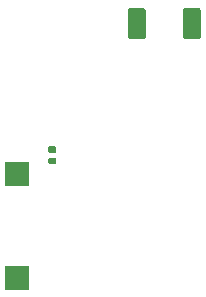
<source format=gbr>
G04 #@! TF.GenerationSoftware,KiCad,Pcbnew,(5.1.5)-3*
G04 #@! TF.CreationDate,2021-07-24T16:01:17-03:00*
G04 #@! TF.ProjectId,relayer_hw,72656c61-7965-4725-9f68-772e6b696361,rev?*
G04 #@! TF.SameCoordinates,Original*
G04 #@! TF.FileFunction,Paste,Top*
G04 #@! TF.FilePolarity,Positive*
%FSLAX46Y46*%
G04 Gerber Fmt 4.6, Leading zero omitted, Abs format (unit mm)*
G04 Created by KiCad (PCBNEW (5.1.5)-3) date 2021-07-24 16:01:17*
%MOMM*%
%LPD*%
G04 APERTURE LIST*
%ADD10C,0.100000*%
%ADD11R,2.000000X2.000000*%
G04 APERTURE END LIST*
D10*
G36*
X152449505Y-56176204D02*
G01*
X152473773Y-56179804D01*
X152497572Y-56185765D01*
X152520671Y-56194030D01*
X152542850Y-56204520D01*
X152563893Y-56217132D01*
X152583599Y-56231747D01*
X152601777Y-56248223D01*
X152618253Y-56266401D01*
X152632868Y-56286107D01*
X152645480Y-56307150D01*
X152655970Y-56329329D01*
X152664235Y-56352428D01*
X152670196Y-56376227D01*
X152673796Y-56400495D01*
X152675000Y-56424999D01*
X152675000Y-58575001D01*
X152673796Y-58599505D01*
X152670196Y-58623773D01*
X152664235Y-58647572D01*
X152655970Y-58670671D01*
X152645480Y-58692850D01*
X152632868Y-58713893D01*
X152618253Y-58733599D01*
X152601777Y-58751777D01*
X152583599Y-58768253D01*
X152563893Y-58782868D01*
X152542850Y-58795480D01*
X152520671Y-58805970D01*
X152497572Y-58814235D01*
X152473773Y-58820196D01*
X152449505Y-58823796D01*
X152425001Y-58825000D01*
X151399999Y-58825000D01*
X151375495Y-58823796D01*
X151351227Y-58820196D01*
X151327428Y-58814235D01*
X151304329Y-58805970D01*
X151282150Y-58795480D01*
X151261107Y-58782868D01*
X151241401Y-58768253D01*
X151223223Y-58751777D01*
X151206747Y-58733599D01*
X151192132Y-58713893D01*
X151179520Y-58692850D01*
X151169030Y-58670671D01*
X151160765Y-58647572D01*
X151154804Y-58623773D01*
X151151204Y-58599505D01*
X151150000Y-58575001D01*
X151150000Y-56424999D01*
X151151204Y-56400495D01*
X151154804Y-56376227D01*
X151160765Y-56352428D01*
X151169030Y-56329329D01*
X151179520Y-56307150D01*
X151192132Y-56286107D01*
X151206747Y-56266401D01*
X151223223Y-56248223D01*
X151241401Y-56231747D01*
X151261107Y-56217132D01*
X151282150Y-56204520D01*
X151304329Y-56194030D01*
X151327428Y-56185765D01*
X151351227Y-56179804D01*
X151375495Y-56176204D01*
X151399999Y-56175000D01*
X152425001Y-56175000D01*
X152449505Y-56176204D01*
G37*
G36*
X157124505Y-56176204D02*
G01*
X157148773Y-56179804D01*
X157172572Y-56185765D01*
X157195671Y-56194030D01*
X157217850Y-56204520D01*
X157238893Y-56217132D01*
X157258599Y-56231747D01*
X157276777Y-56248223D01*
X157293253Y-56266401D01*
X157307868Y-56286107D01*
X157320480Y-56307150D01*
X157330970Y-56329329D01*
X157339235Y-56352428D01*
X157345196Y-56376227D01*
X157348796Y-56400495D01*
X157350000Y-56424999D01*
X157350000Y-58575001D01*
X157348796Y-58599505D01*
X157345196Y-58623773D01*
X157339235Y-58647572D01*
X157330970Y-58670671D01*
X157320480Y-58692850D01*
X157307868Y-58713893D01*
X157293253Y-58733599D01*
X157276777Y-58751777D01*
X157258599Y-58768253D01*
X157238893Y-58782868D01*
X157217850Y-58795480D01*
X157195671Y-58805970D01*
X157172572Y-58814235D01*
X157148773Y-58820196D01*
X157124505Y-58823796D01*
X157100001Y-58825000D01*
X156074999Y-58825000D01*
X156050495Y-58823796D01*
X156026227Y-58820196D01*
X156002428Y-58814235D01*
X155979329Y-58805970D01*
X155957150Y-58795480D01*
X155936107Y-58782868D01*
X155916401Y-58768253D01*
X155898223Y-58751777D01*
X155881747Y-58733599D01*
X155867132Y-58713893D01*
X155854520Y-58692850D01*
X155844030Y-58670671D01*
X155835765Y-58647572D01*
X155829804Y-58623773D01*
X155826204Y-58599505D01*
X155825000Y-58575001D01*
X155825000Y-56424999D01*
X155826204Y-56400495D01*
X155829804Y-56376227D01*
X155835765Y-56352428D01*
X155844030Y-56329329D01*
X155854520Y-56307150D01*
X155867132Y-56286107D01*
X155881747Y-56266401D01*
X155898223Y-56248223D01*
X155916401Y-56231747D01*
X155936107Y-56217132D01*
X155957150Y-56204520D01*
X155979329Y-56194030D01*
X156002428Y-56185765D01*
X156026227Y-56179804D01*
X156050495Y-56176204D01*
X156074999Y-56175000D01*
X157100001Y-56175000D01*
X157124505Y-56176204D01*
G37*
G36*
X144936958Y-68840710D02*
G01*
X144951276Y-68842834D01*
X144965317Y-68846351D01*
X144978946Y-68851228D01*
X144992031Y-68857417D01*
X145004447Y-68864858D01*
X145016073Y-68873481D01*
X145026798Y-68883202D01*
X145036519Y-68893927D01*
X145045142Y-68905553D01*
X145052583Y-68917969D01*
X145058772Y-68931054D01*
X145063649Y-68944683D01*
X145067166Y-68958724D01*
X145069290Y-68973042D01*
X145070000Y-68987500D01*
X145070000Y-69282500D01*
X145069290Y-69296958D01*
X145067166Y-69311276D01*
X145063649Y-69325317D01*
X145058772Y-69338946D01*
X145052583Y-69352031D01*
X145045142Y-69364447D01*
X145036519Y-69376073D01*
X145026798Y-69386798D01*
X145016073Y-69396519D01*
X145004447Y-69405142D01*
X144992031Y-69412583D01*
X144978946Y-69418772D01*
X144965317Y-69423649D01*
X144951276Y-69427166D01*
X144936958Y-69429290D01*
X144922500Y-69430000D01*
X144577500Y-69430000D01*
X144563042Y-69429290D01*
X144548724Y-69427166D01*
X144534683Y-69423649D01*
X144521054Y-69418772D01*
X144507969Y-69412583D01*
X144495553Y-69405142D01*
X144483927Y-69396519D01*
X144473202Y-69386798D01*
X144463481Y-69376073D01*
X144454858Y-69364447D01*
X144447417Y-69352031D01*
X144441228Y-69338946D01*
X144436351Y-69325317D01*
X144432834Y-69311276D01*
X144430710Y-69296958D01*
X144430000Y-69282500D01*
X144430000Y-68987500D01*
X144430710Y-68973042D01*
X144432834Y-68958724D01*
X144436351Y-68944683D01*
X144441228Y-68931054D01*
X144447417Y-68917969D01*
X144454858Y-68905553D01*
X144463481Y-68893927D01*
X144473202Y-68883202D01*
X144483927Y-68873481D01*
X144495553Y-68864858D01*
X144507969Y-68857417D01*
X144521054Y-68851228D01*
X144534683Y-68846351D01*
X144548724Y-68842834D01*
X144563042Y-68840710D01*
X144577500Y-68840000D01*
X144922500Y-68840000D01*
X144936958Y-68840710D01*
G37*
G36*
X144936958Y-67870710D02*
G01*
X144951276Y-67872834D01*
X144965317Y-67876351D01*
X144978946Y-67881228D01*
X144992031Y-67887417D01*
X145004447Y-67894858D01*
X145016073Y-67903481D01*
X145026798Y-67913202D01*
X145036519Y-67923927D01*
X145045142Y-67935553D01*
X145052583Y-67947969D01*
X145058772Y-67961054D01*
X145063649Y-67974683D01*
X145067166Y-67988724D01*
X145069290Y-68003042D01*
X145070000Y-68017500D01*
X145070000Y-68312500D01*
X145069290Y-68326958D01*
X145067166Y-68341276D01*
X145063649Y-68355317D01*
X145058772Y-68368946D01*
X145052583Y-68382031D01*
X145045142Y-68394447D01*
X145036519Y-68406073D01*
X145026798Y-68416798D01*
X145016073Y-68426519D01*
X145004447Y-68435142D01*
X144992031Y-68442583D01*
X144978946Y-68448772D01*
X144965317Y-68453649D01*
X144951276Y-68457166D01*
X144936958Y-68459290D01*
X144922500Y-68460000D01*
X144577500Y-68460000D01*
X144563042Y-68459290D01*
X144548724Y-68457166D01*
X144534683Y-68453649D01*
X144521054Y-68448772D01*
X144507969Y-68442583D01*
X144495553Y-68435142D01*
X144483927Y-68426519D01*
X144473202Y-68416798D01*
X144463481Y-68406073D01*
X144454858Y-68394447D01*
X144447417Y-68382031D01*
X144441228Y-68368946D01*
X144436351Y-68355317D01*
X144432834Y-68341276D01*
X144430710Y-68326958D01*
X144430000Y-68312500D01*
X144430000Y-68017500D01*
X144430710Y-68003042D01*
X144432834Y-67988724D01*
X144436351Y-67974683D01*
X144441228Y-67961054D01*
X144447417Y-67947969D01*
X144454858Y-67935553D01*
X144463481Y-67923927D01*
X144473202Y-67913202D01*
X144483927Y-67903481D01*
X144495553Y-67894858D01*
X144507969Y-67887417D01*
X144521054Y-67881228D01*
X144534683Y-67876351D01*
X144548724Y-67872834D01*
X144563042Y-67870710D01*
X144577500Y-67870000D01*
X144922500Y-67870000D01*
X144936958Y-67870710D01*
G37*
D11*
X141750000Y-70250000D03*
X141750000Y-79050000D03*
M02*

</source>
